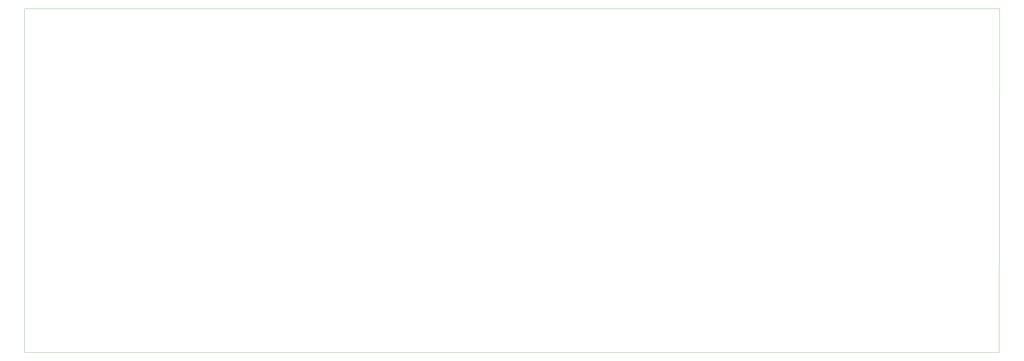
<source format=gbr>
%TF.GenerationSoftware,KiCad,Pcbnew,5.1.6+dfsg1-1~bpo10+1*%
%TF.CreationDate,2020-06-20T13:37:57-07:00*%
%TF.ProjectId,67keys-trackpoint_back_board,36376b65-7973-42d7-9472-61636b706f69,rev?*%
%TF.SameCoordinates,Original*%
%TF.FileFunction,Profile,NP*%
%FSLAX46Y46*%
G04 Gerber Fmt 4.6, Leading zero omitted, Abs format (unit mm)*
G04 Created by KiCad (PCBNEW 5.1.6+dfsg1-1~bpo10+1) date 2020-06-20 13:37:57*
%MOMM*%
%LPD*%
G01*
G04 APERTURE LIST*
%TA.AperFunction,Profile*%
%ADD10C,0.050000*%
%TD*%
G04 APERTURE END LIST*
D10*
X32385000Y-50927000D02*
X356235000Y-50927000D01*
X32385000Y-50927000D02*
X32385000Y-165227000D01*
X356108000Y-165227000D02*
X32385000Y-165227000D01*
X356235000Y-50927000D02*
X356108000Y-165227000D01*
M02*

</source>
